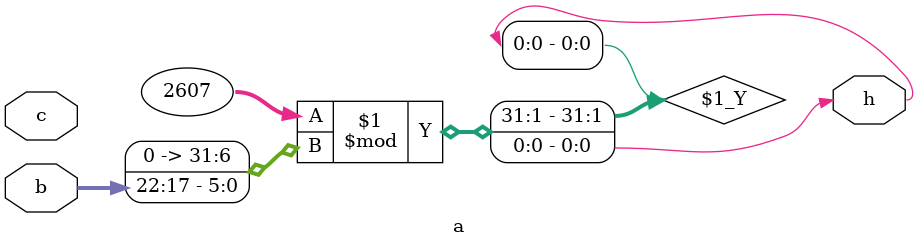
<source format=v>
module a(b, c, h);
    input wire [22:17] b;
    input wire c;
    output wire h;
    assign h =  32'ha2f % { 1'b1 ? b : c};
endmodule
</source>
